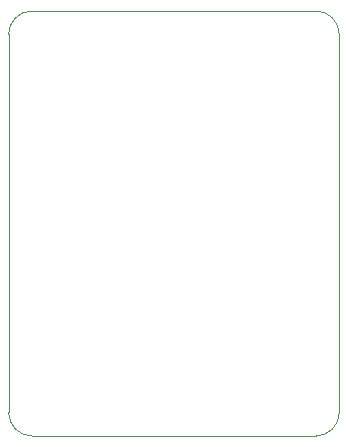
<source format=gbr>
%TF.GenerationSoftware,KiCad,Pcbnew,8.0.5*%
%TF.CreationDate,2024-12-20T11:43:53+13:00*%
%TF.ProjectId,eurorack_to_usb_MP1584EN,6575726f-7261-4636-9b5f-746f5f757362,rev?*%
%TF.SameCoordinates,Original*%
%TF.FileFunction,Profile,NP*%
%FSLAX46Y46*%
G04 Gerber Fmt 4.6, Leading zero omitted, Abs format (unit mm)*
G04 Created by KiCad (PCBNEW 8.0.5) date 2024-12-20 11:43:53*
%MOMM*%
%LPD*%
G01*
G04 APERTURE LIST*
%TA.AperFunction,Profile*%
%ADD10C,0.050000*%
%TD*%
G04 APERTURE END LIST*
D10*
X137000000Y-112000000D02*
G75*
G02*
X135000000Y-110000000I0J2000000D01*
G01*
X135000000Y-78000000D02*
G75*
G02*
X137000000Y-76000000I2000000J0D01*
G01*
X161000000Y-76000000D02*
X137000000Y-76000000D01*
X163000000Y-110000000D02*
G75*
G02*
X161000000Y-112000000I-2000000J0D01*
G01*
X161000000Y-76000000D02*
G75*
G02*
X163000000Y-78000000I0J-2000000D01*
G01*
X161000000Y-112000000D02*
X137000000Y-112000000D01*
X135000000Y-78000000D02*
X135000000Y-110000000D01*
X163000000Y-78000000D02*
X163000000Y-110000000D01*
M02*

</source>
